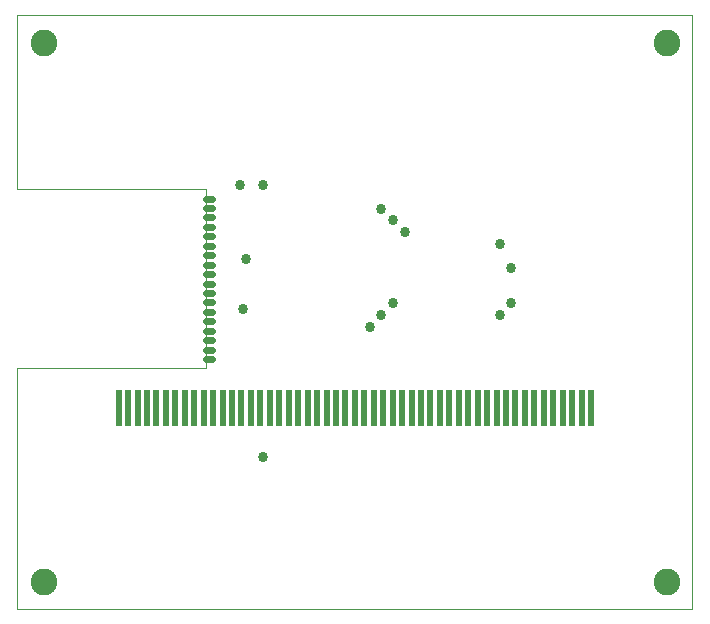
<source format=gts>
G75*
%MOIN*%
%OFA0B0*%
%FSLAX25Y25*%
%IPPOS*%
%LPD*%
%AMOC8*
5,1,8,0,0,1.08239X$1,22.5*
%
%ADD10C,0.00300*%
%ADD11C,0.08908*%
%ADD12C,0.02381*%
%ADD13R,0.01975X0.12211*%
%ADD14C,0.03378*%
D10*
X0002189Y0001992D02*
X0002189Y0082209D01*
X0065083Y0082209D01*
X0065083Y0141854D01*
X0002189Y0141854D01*
X0002189Y0199925D01*
X0227189Y0199925D01*
X0227189Y0001992D01*
X0002189Y0001992D01*
D11*
X0010949Y0010949D03*
X0010949Y0190476D03*
X0218823Y0190476D03*
X0218823Y0010949D03*
D12*
X0067064Y0085161D02*
X0065083Y0085161D01*
X0065083Y0088311D02*
X0067064Y0088311D01*
X0067064Y0091461D02*
X0065083Y0091461D01*
X0065083Y0094610D02*
X0067064Y0094610D01*
X0067064Y0097760D02*
X0065083Y0097760D01*
X0065083Y0100909D02*
X0067064Y0100909D01*
X0067064Y0104059D02*
X0065083Y0104059D01*
X0065083Y0107209D02*
X0067064Y0107209D01*
X0067064Y0110358D02*
X0065083Y0110358D01*
X0065083Y0113508D02*
X0067064Y0113508D01*
X0067064Y0116657D02*
X0065083Y0116657D01*
X0065083Y0119807D02*
X0067064Y0119807D01*
X0067064Y0122957D02*
X0065083Y0122957D01*
X0065083Y0126106D02*
X0067064Y0126106D01*
X0067064Y0129256D02*
X0065083Y0129256D01*
X0065083Y0132406D02*
X0067064Y0132406D01*
X0067064Y0135555D02*
X0065083Y0135555D01*
X0065083Y0138705D02*
X0067064Y0138705D01*
D13*
X0067445Y0068941D03*
X0070594Y0068941D03*
X0073744Y0068941D03*
X0076894Y0068941D03*
X0080043Y0068941D03*
X0083193Y0068941D03*
X0086343Y0068941D03*
X0089492Y0068941D03*
X0092642Y0068941D03*
X0095791Y0068941D03*
X0098941Y0068941D03*
X0102091Y0068941D03*
X0105240Y0068941D03*
X0108390Y0068941D03*
X0111539Y0068941D03*
X0114689Y0068941D03*
X0117839Y0068941D03*
X0120988Y0068941D03*
X0124138Y0068941D03*
X0127287Y0068941D03*
X0130437Y0068941D03*
X0133587Y0068941D03*
X0136736Y0068941D03*
X0139886Y0068941D03*
X0143035Y0068941D03*
X0146185Y0068941D03*
X0149335Y0068941D03*
X0152484Y0068941D03*
X0155634Y0068941D03*
X0158783Y0068941D03*
X0161933Y0068941D03*
X0165083Y0068941D03*
X0168232Y0068941D03*
X0171382Y0068941D03*
X0174531Y0068941D03*
X0177681Y0068941D03*
X0180831Y0068941D03*
X0183980Y0068941D03*
X0187130Y0068941D03*
X0190280Y0068941D03*
X0193429Y0068941D03*
X0064295Y0068941D03*
X0061146Y0068941D03*
X0057996Y0068941D03*
X0054846Y0068941D03*
X0051697Y0068941D03*
X0048547Y0068941D03*
X0045398Y0068941D03*
X0042248Y0068941D03*
X0039098Y0068941D03*
X0035949Y0068941D03*
D14*
X0077287Y0101894D03*
X0078272Y0118626D03*
X0076303Y0143232D03*
X0084177Y0143232D03*
X0123547Y0135358D03*
X0127484Y0131421D03*
X0131421Y0127484D03*
X0127484Y0103862D03*
X0123547Y0099925D03*
X0119610Y0095988D03*
X0162917Y0099925D03*
X0166854Y0103862D03*
X0166854Y0115673D03*
X0162917Y0123547D03*
X0084177Y0052681D03*
M02*

</source>
